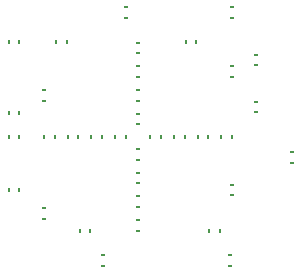
<source format=gbp>
G04 (created by PCBNEW (2013-mar-25)-stable) date Wednesday, January 13, 2016 08:40:10 PM*
%MOIN*%
G04 Gerber Fmt 3.4, Leading zero omitted, Abs format*
%FSLAX34Y34*%
G01*
G70*
G90*
G04 APERTURE LIST*
%ADD10C,0.006*%
%ADD11R,0.0176378X0.00976378*%
%ADD12R,0.00976378X0.0176378*%
G04 APERTURE END LIST*
G54D10*
G54D11*
X61023Y-38956D03*
X61023Y-38602D03*
X60629Y-33444D03*
X60629Y-33090D03*
X59842Y-41358D03*
X59842Y-41712D03*
X64960Y-35019D03*
X64960Y-34665D03*
G54D12*
X57066Y-36614D03*
X56712Y-36614D03*
X57066Y-34251D03*
X56712Y-34251D03*
G54D11*
X64074Y-41358D03*
X64074Y-41712D03*
G54D12*
X57066Y-37401D03*
X56712Y-37401D03*
X57066Y-39173D03*
X56712Y-39173D03*
G54D11*
X64173Y-33444D03*
X64173Y-33090D03*
X64960Y-36240D03*
X64960Y-36594D03*
X66141Y-37913D03*
X66141Y-38267D03*
G54D12*
X63759Y-40551D03*
X63405Y-40551D03*
X58681Y-37401D03*
X59035Y-37401D03*
X58248Y-37401D03*
X57893Y-37401D03*
G54D11*
X64173Y-39350D03*
X64173Y-38996D03*
G54D12*
X62618Y-34251D03*
X62972Y-34251D03*
G54D11*
X61023Y-39389D03*
X61023Y-39744D03*
X61023Y-40177D03*
X61023Y-40531D03*
X57874Y-35846D03*
X57874Y-36200D03*
G54D12*
X59429Y-40551D03*
X59074Y-40551D03*
G54D11*
X61023Y-35059D03*
X61023Y-35413D03*
G54D12*
X58287Y-34251D03*
X58641Y-34251D03*
G54D11*
X61023Y-37814D03*
X61023Y-38169D03*
G54D12*
X59822Y-37401D03*
X59468Y-37401D03*
G54D11*
X61023Y-36200D03*
X61023Y-35846D03*
X64173Y-35413D03*
X64173Y-35059D03*
X61023Y-36988D03*
X61023Y-36633D03*
G54D12*
X61437Y-37401D03*
X61791Y-37401D03*
X63011Y-37401D03*
X63366Y-37401D03*
G54D11*
X61023Y-34625D03*
X61023Y-34271D03*
G54D12*
X60610Y-37401D03*
X60255Y-37401D03*
G54D11*
X57874Y-39783D03*
X57874Y-40137D03*
G54D12*
X62224Y-37401D03*
X62578Y-37401D03*
X63799Y-37401D03*
X64153Y-37401D03*
M02*

</source>
